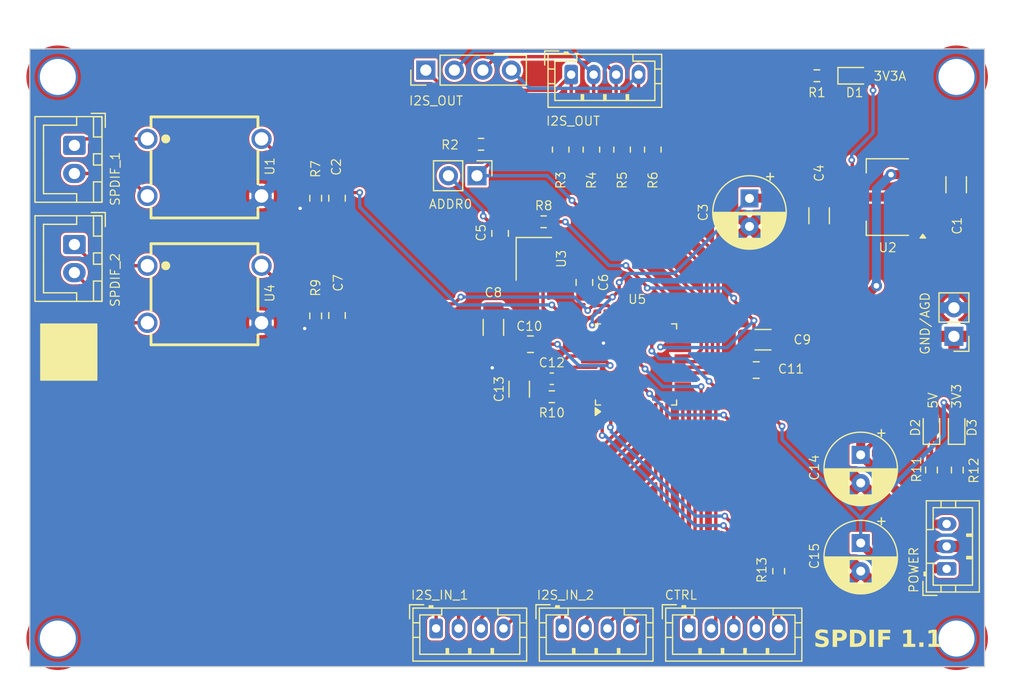
<source format=kicad_pcb>
(kicad_pcb (version 20240108) (generator "pcbnew") (generator_version "8.0")
  (layers (0 "F.Cu" signal) (31 "B.Cu" mixed) (34 "B.Paste" user) (35 "F.Paste" user) (36 "B.SilkS" user "B.Silkscreen") (37 "F.SilkS" user "F.Silkscreen") (38 "B.Mask" user) (39 "F.Mask" user) (44 "Edge.Cuts" user))
  (net 0 "")
  (net 1 "AGND")
  (net 2 "GND")
  (net 3 "I2S_DATA")
  (net 4 "I2S_LRCLK")
  (net 5 "I2S_BCLK")
  (net 6 "I2S_SCLK")
  (net 7 "SCL")
  (net 8 "SDA")
  (net 9 "3V3")
  (net 10 "Net-(C7-Pad2)")
  (net 11 "SPDIF1_IN")
  (net 12 "SPDIF1_GND")
  (net 13 "SPDIF2_IN")
  (net 14 "SPDIF2_GND")
  (net 15 "5V")
  (net 16 "SPDIF_1")
  (net 17 "Net-(U5-FILT)")
  (net 18 "Net-(C13-Pad2)")
  (net 19 "SPDIF_2")
  (net 20 "SPDIF_3")
  (net 21 "SPDIF_4")
  (net 22 "Net-(D2-K)")
  (net 23 "I2S_IN_LRCLK_1")
  (net 24 "I2S_IN_BCLK_1")
  (net 25 "Net-(D1-K)")
  (net 26 "I2S_IN_DATA_1")
  (net 27 "I2S_IN_SCLK_1")
  (net 28 "I2S_IN_DATA_2")
  (net 29 "I2S_IN_SCLK_2")
  (net 30 "I2S_IN_LRCLK_2")
  (net 31 "I2S_IN_BCLK_2")
  (net 32 "3V3A")
  (net 33 "XTI")
  (net 34 "Net-(U5-SCLKO)")
  (net 35 "SPDIF_INT1")
  (net 36 "SPDIF_INT0")
  (net 37 "SPDIF_RESET")
  (net 38 "Net-(D3-K)")
  (net 39 "ADR0")
  (net 40 "Net-(U5-BCLK)")
  (net 41 "Net-(U5-LRCLK)")
  (net 42 "Net-(U5-DOUT)")
  (net 43 "Net-(C2-Pad2)")
  (net 44 "Net-(U3-Standby)")
  (footprint "LED_SMD:LED_0603_1608Metric" (layer "F.Cu") (at 106.6 62.025 90)
    (property "Reference" "D2")
    (property "Value" "BLUE")
  )
  (footprint "Connector_JST:JST_PH_B3B-PH-K_1x03_P2.00mm_Vertical" (layer "F.Cu") (at 107.95 74.6 90)
    (property "Reference" "J7" (hide yes))
    (property "Value" "Conn_01x03_Pin")
  )
  (footprint "Resistor_SMD:R_0603_1608Metric" (layer "F.Cu") (at 66.5 36.8)
    (property "Reference" "R2")
    (property "Value" "4.7K")
  )
  (footprint "LED_SMD:LED_0603_1608Metric" (layer "F.Cu") (at 99.7575 30.7)
    (property "Reference" "D1")
    (property "Value" "YELLOW")
  )
  (footprint "Capacitor_SMD:C_0805_2012Metric_Pad1.18x1.45mm_HandSolder" (layer "F.Cu") (at 75.7 49.1 -90)
    (property "Reference" "C6")
    (property "Value" "0.1u")
  )
  (footprint "Capacitor_SMD:C_0805_2012Metric_Pad1.18x1.45mm_HandSolder" (layer "F.Cu") (at 91 56.9 180)
    (property "Reference" "C11")
    (property "Value" "0.1u")
  )
  (footprint "Package_TO_SOT_SMD:SOT-223-3_TabPin2" (layer "F.Cu") (at 102.7 41.5 180)
    (property "Reference" "U2")
    (property "Value" "AMS1117-3.3")
  )
  (footprint "Package_QFP:LQFP-48_7x7mm_P0.5mm" (layer "F.Cu") (at 80.3 56.4 90)
    (property "Reference" "U5")
    (property "Value" "DIX9211")
  )
  (footprint "Capacitor_SMD:C_1206_3216Metric_Pad1.33x1.80mm_HandSolder" (layer "F.Cu") (at 67.6 53.1 90)
    (property "Reference" "C8")
    (property "Value" "10u")
  )
  (footprint "Capacitor_SMD:C_1206_3216Metric" (layer "F.Cu") (at 69.9 58.6 -90)
    (property "Reference" "C13")
    (property "Value" "68n C0G")
  )
  (footprint "Connector_JST:JST_PH_B4B-PH-K_1x04_P2.00mm_Vertical" (layer "F.Cu") (at 73.75 79.9)
    (property "Reference" "J9" (hide yes))
    (property "Value" "Conn_01x04_Pin")
  )
  (footprint "Capacitor_SMD:C_1206_3216Metric_Pad1.33x1.80mm_HandSolder" (layer "F.Cu") (at 108.8 40.4 90)
    (property "Reference" "C1")
    (property "Value" "10u")
  )
  (footprint "Resistor_SMD:R_0805_2012Metric" (layer "F.Cu") (at 73.591667 37.275 90)
    (property "Reference" "R3")
    (property "Value" "22R")
  )
  (footprint "Resistor_SMD:R_0603_1608Metric_Pad0.98x0.95mm_HandSolder" (layer "F.Cu") (at 51.78 52.075833 -90)
    (property "Reference" "R9")
    (property "Value" "75R")
  )
  (footprint "Capacitor_SMD:C_1206_3216Metric_Pad1.33x1.80mm_HandSolder" (layer "F.Cu") (at 96.6 43.1625 90)
    (property "Reference" "C4")
    (property "Value" "10u")
  )
  (footprint "Connector_JST:JST_XH_B2B-XH-A_1x02_P2.50mm_Vertical" (layer "F.Cu") (at 30.3 36.9 -90)
    (property "Reference" "J3" (hide yes))
    (property "Value" "Conn_01x02_Pin" (hide yes))
  )
  (footprint "Capacitor_SMD:C_1206_3216Metric_Pad1.33x1.80mm_HandSolder" (layer "F.Cu") (at 91.6 54.2 180)
    (property "Reference" "C9")
    (property "Value" "10u")
  )
  (footprint "Capacitor_SMD:C_0805_2012Metric_Pad1.18x1.45mm_HandSolder" (layer "F.Cu") (at 70.9 54.6)
    (property "Reference" "C10")
    (property "Value" "0.1u")
  )
  (footprint "MountingHole:MountingHole_3.2mm_M3_DIN965_Pad_TopOnly" (layer "F.Cu") (at 108.8251 30.805)
    (property "Reference" "H2" (hide yes))
    (property "Value" "MountingHole")
  )
  (footprint "Connector_JST:JST_XH_B2B-XH-A_1x02_P2.50mm_Vertical" (layer "F.Cu") (at 30.3 45.725 -90)
    (property "Reference" "J5" (hide yes))
    (property "Value" "Conn_01x02_Pin")
  )
  (footprint "Connector_PinHeader_2.54mm:PinHeader_1x02_P2.54mm_Vertical" (layer "F.Cu") (at 66.14 39.6 -90)
    (property "Reference" "J4" (hide yes))
    (property "Value" "Conn_01x02_Pin")
  )
  (footprint "Connector_JST:JST_PH_B4B-PH-K_1x04_P2.00mm_Vertical" (layer "F.Cu") (at 62.5 79.9)
    (property "Reference" "J8" (hide yes))
    (property "Value" "Conn_01x04_Pin")
  )
  (footprint "Connector_PinHeader_2.54mm:PinHeader_1x02_P2.54mm_Vertical" (layer "F.Cu") (at 108.6 53.9 180)
    (property "Reference" "J6" (hide yes))
    (property "Value" "Conn_01x02_Pin")
  )
  (footprint "Resistor_SMD:R_0603_1608Metric_Pad0.98x0.95mm_HandSolder" (layer "F.Cu") (at 108.9 65.8 90)
    (property "Reference" "R12")
    (property "Value" "325R")
  )
  (footprint "Resistor_SMD:R_0805_2012Metric" (layer "F.Cu") (at 81.791667 37.275 90)
    (property "Reference" "R6")
    (property "Value" "22R")
  )
  (footprint "Resistor_SMD:R_0603_1608Metric" (layer "F.Cu") (at 72.075 43.7)
    (property "Reference" "R8")
    (property "Value" "4.7K")
  )
  (footprint "Connector_JST:JST_PH_B4B-PH-K_1x04_P2.00mm_Vertical" (layer "F.Cu") (at 74.525 30.6)
    (property "Reference" "J2" (hide yes))
    (property "Value" "Conn_01x04_Pin")
  )
  (footprint "easyeda2kicad:XFMR-TH_4P-L9.5-W9.0-P5.08-LS10.2_C9900096976" (layer "F.Cu") (at 41.88 50.15)
    (property "Reference" "U4")
    (property "Value" "DA101C_C6931652")
  )
  (footprint "Resistor_SMD:R_0805_2012Metric" (layer "F.Cu") (at 76.325 37.275 90)
    (property "Reference" "R4")
    (property "Value" "22R")
  )
  (footprint "Capacitor_SMD:C_0805_2012Metric_Pad1.18x1.45mm_HandSolder" (layer "F.Cu") (at 53.68 41.605 -90)
    (property "Reference" "C2")
    (property "Value" "10n C0G")
  )
  (footprint "Capacitor_SMD:C_0805_2012Metric_Pad1.18x1.45mm_HandSolder" (layer "F.Cu") (at 68.2 44.7375 -90)
    (property "Reference" "C5")
    (property "Value" "0.1u")
  )
  (footprint "easyeda2kicad:XFMR-TH_4P-L9.5-W9.0-P5.08-LS10.2_C9900096976" (layer "F.Cu") (at 41.88 38.86)
    (property "Reference" "U1")
    (property "Value" "DA101C_C6931652")
  )
  (footprint "LED_SMD:LED_0603_1608Metric" (layer "F.Cu") (at 108.84 62.025 90)
    (property "Reference" "D3")
    (property "Value" "YELLOW")
  )
  (footprint "Resistor_SMD:R_0603_1608Metric" (layer "F.Cu") (at 72.8 59.275 180)
    (property "Reference" "R10")
    (property "Value" "680R")
  )
  (footprint "Resistor_SMD:R_0603_1608Metric_Pad0.98x0.95mm_HandSolder" (layer "F.Cu") (at 106.6 65.8 90)
    (property "Reference" "R11")
    (property "Value" "500R")
  )
  (footprint "Resistor_SMD:R_0805_2012Metric" (layer "F.Cu") (at 79.058333 37.275 90)
    (property "Reference" "R5")
    (property "Value" "22R")
  )
  (footprint "Oscillator:Oscillator_SMD_Abracon_ASE-4Pin_3.2x2.5mm" (layer "F.Cu") (at 71.2 47 -90)
    (property "Reference" "U3")
    (property "Value" "ASDMB-xxxMHz")
  )
  (footprint "Capacitor_SMD:C_0603_1608Metric" (layer "F.Cu") (at 72.8 57.675)
    (property "Reference" "C12")
    (property "Value" "4.7n C0G")
  )
  (footprint "Capacitor_SMD:C_0805_2012Metric_Pad1.18x1.45mm_HandSolder" (layer "F.Cu") (at 53.68 52.0425 -90)
    (property "Reference" "C7")
    (property "Value" "10n C0G")
  )
  (footprint "Capacitor_THT:CP_Radial_D6.3mm_P2.50mm" (layer "F.Cu") (at 100.3 72.3 -90)
    (property "Reference" "C15")
    (property "Value" "220u")
  )
  (footprint "Capacitor_THT:CP_Radial_D6.3mm_P2.50mm" (layer "F.Cu") (at 100.3 64.45 -90)
    (property "Reference" "C14")
    (property "Value" "220u")
  )
  (footprint "Resistor_SMD:R_0603_1608Metric_Pad0.98x0.95mm_HandSolder" (layer "F.Cu") (at 96.4 30.7)
    (property "Reference" "R1")
    (property "Value" "325R")
  )
  (footprint "Resistor_SMD:R_0603_1608Metric_Pad0.98x0.95mm_HandSolder" (layer "F.Cu") (at 51.78 41.605 -90)
    (property "Reference" "R7")
    (property "Value" "75R")
  )
  (footprint "MountingHole:MountingHole_3.2mm_M3_DIN965_Pad_TopOnly" (layer "F.Cu") (at 28.8251 30.805)
    (property "Reference" "H1" (hide yes))
    (property "Value" "MountingHole")
  )
  (footprint "Connector_PinHeader_2.54mm:PinHeader_1x04_P2.54mm_Vertical" (layer "F.Cu") (at 61.585 30.2 90)
    (property "Reference" "J1" (hide yes))
    (property "Value" "Conn_01x04_Pin")
  )
  (footprint "MountingHole:MountingHole_3.2mm_M3_DIN965_Pad_TopOnly" (layer "F.Cu") (at 108.8251 80.805)
    (property "Reference" "H4" (hide yes))
    (property "Value" "MountingHole")
  )
  (footprint "MountingHole:MountingHole_3.2mm_M3_DIN965_Pad_TopOnly" (layer "F.Cu") (at 28.8251 80.805)
    (property "Reference" "H3" (hide yes))
    (property "Value" "MountingHole")
  )
  (footprint "Capacitor_THT:CP_Radial_D6.3mm_P2.50mm" (layer "F.Cu") (at 90.4 41.617621 -90)
    (property "Reference" "C3")
    (property "Value" "220u")
  )
  (footprint "Resistor_SMD:R_0603_1608Metric" (layer "F.Cu") (at 93 74.8 -90)
    (property "Reference" "R13")
    (property "Value" "4.7K")
  )
  (footprint "Connector_JST:JST_PH_B5B-PH-K_1x05_P2.00mm_Vertical" (layer "F.Cu") (at 85 79.9)
    (property "Reference" "J10" (hide yes))
    (property "Value" "Conn_01x05_Pin")
  )
  (gr_rect (start 27.3 52.8) (end 32.3 57.8) (stroke (width 0.1)) (fill solid) (layer "F.SilkS"))
  (gr_line (start 111.3251 28.305) (end 111.3251 83.305) (stroke (width 0.1)) (layer "Edge.Cuts"))
  (gr_line (start 111.3251 83.305) (end 26.3251 83.305) (stroke (width 0.1)) (layer "Edge.Cuts"))
  (gr_line (start 26.3251 83.305) (end 26.3251 28.305) (stroke (width 0.1)) (layer "Edge.Cuts"))
  (gr_line (start 26.3251 28.305) (end 111.3251 28.305) (stroke (width 0.1)) (layer "Edge.Cuts"))
  (gr_text "CTRL" (at 82.8 77.4 0) (layer "F.SilkS") (effects (font (size 0.8 0.8) (thickness 0.1) (bold yes)) (justify left bottom)))
  (gr_text "SPDIF_1" (at 34.399952 42.345 90) (layer "F.SilkS") (effects (font (size 0.8 0.8) (thickness 0.1) (bold yes)) (justify left bottom)))
  (gr_text "5V\n" (at 107.2 60.4 90) (layer "F.SilkS") (effects (font (size 0.8 0.8) (thickness 0.1) (bold yes)) (justify left bottom)))
  (gr_text "I2S_IN_1" (at 60.2 77.4 0) (layer "F.SilkS") (effects (font (size 0.8 0.8) (thickness 0.1) (bold yes)) (justify left bottom)))
  (gr_text "SPDIF 1.1" (at 96.1 81.8 0) (layer "F.SilkS") (effects (font (size 1.5 1.5) (thickness 0.1) (bold yes)) (justify left bottom)))
  (gr_text "I2S_OUT" (at 60.025 33.4 0) (layer "F.SilkS") (effects (font (size 0.8 0.8) (thickness 0.1) (bold yes)) (justify left bottom)))
  (gr_text "ADDR0" (at 61.8 42.6 0) (layer "F.SilkS") (effects (font (size 0.8 0.8) (thickness 0.1) (bold yes)) (justify left bottom)))
  (gr_text "POWER" (at 105.5 76.8 90) (layer "F.SilkS") (effects (font (size 0.8 0.8) (thickness 0.1) (bold yes)) (justify left bottom)))
  (gr_text "GND/AGD" (at 106.5 55.6 90) (layer "F.SilkS") (effects (font (size 0.8 0.8) (thickness 0.1) (bold yes)) (justify left bottom)))
  (gr_text "SPDIF_2" (at 34.399952 51.345 90) (layer "F.SilkS") (effects (font (size 0.8 0.8) (thickness 0.1) (bold yes)) (justify left bottom)))
  (gr_text "3V3" (at 109.3 60.4 90) (layer "F.SilkS") (effects (font (size 0.8 0.8) (thickness 0.1) (bold yes)) (justify left bottom)))
  (gr_text "I2S_IN_2" (at 71.4 77.4 0) (layer "F.SilkS") (effects (font (size 0.8 0.8) (thickness 0.1) (bold yes)) (justify left bottom)))
  (gr_text "3V3A" (at 101.3875 31.2 0) (layer "F.SilkS") (effects (font (size 0.8 0.8) (thickness 0.1) (bold yes)) (justify left bottom)))
  (gr_text "I2S_OUT" (at 72.225 35.2 0) (layer "F.SilkS") (effects (font (size 0.8 0.8) (thickness 0.1) (bold yes)) (justify left bottom)))
  (segment (start 76.1375 54.15) (end 77.05 54.15) (width 0.3) (layer "F.Cu") (net 1))
  (segment (start 69.9 57.125) (end 67.925 57.125) (width 0.3) (layer "F.Cu") (net 1))
  (segment (start 51.78 52.988333) (end 51.011667 52.988333) (width 0.3) (layer "F.Cu") (net 1))
  (segment (start 76.1375 55.65) (end 74.305592 55.65) (width 0.3) (layer "F.Cu") (net 1))
  (segment (start 51.78 42.5175) (end 50.4175 42.5175) (width 0.3) (layer "F.Cu") (net 1))
  (segment (start 72.025 57.675) (end 70.45 57.675) (width 0.3) (layer "F.Cu") (net 1))
  (segment (start 70.45 57.675) (end 69.9 57.125) (width 0.3) (layer "F.Cu") (net 1))
  (segment (start 50.4175 42.5175) (end 50.4 42.5) (width 0.3) (layer "F.Cu") (net 1))
  (segment (start 74.305592 55.65) (end 72.280592 57.675) (width 0.3) (layer "F.Cu") (net 1))
  (segment (start 51.011667 52.988333) (end 50.8 53.2) (width 0.3) (layer "F.Cu") (net 1))
  (segment (start 67.925 57.125) (end 67.5 56.7) (width 0.3) (layer "F.Cu") (net 1))
  (segment (start 77.05 54.15) (end 77.4 54.5) (width 0.3) (layer "F.Cu") (net 1))
  (via (at 50.8 53.2) (size 0.6) (drill 0.3) (layers "F.Cu" "B.Cu") (net 1))
  (via (at 77.4 54.5) (size 0.6) (drill 0.3) (layers "F.Cu" "B.Cu") (net 1))
  (via (at 67.5 56.7) (size 0.6) (drill 0.3) (layers "F.Cu" "B.Cu") (net 1))
  (via (at 50.4 42.5) (size 0.6) (drill 0.3) (layers "F.Cu" "B.Cu") (net 1))
  (segment (start 80.525 35.095833) (end 81.791667 36.3625) (width 0.3) (layer "F.Cu") (net 3))
  (segment (start 80.525 30.6) (end 80.525 35.095833) (width 0.3) (layer "F.Cu") (net 3))
  (segment (start 70.83 31.825) (end 69.205 30.2) (width 0.3) (layer "B.Cu") (net 3))
  (segment (start 79.3 31.825) (end 70.83 31.825) (width 0.3) (layer "B.Cu") (net 3))
  (segment (start 80.525 30.6) (end 79.3 31.825) (width 0.3) (layer "B.Cu") (net 3))
  (segment (start 67.865 29) (end 76.925 29) (width 0.3) (layer "F.Cu") (net 4))
  (segment (start 76.925 29) (end 78.525 30.6) (width 0.3) (layer "F.Cu") (net 4))
  (segment (start 66.665 30.2) (end 67.865 29) (width 0.3) (layer "F.Cu") (net 4))
  (segment (start 78.525 35.829167) (end 79.058333 36.3625) (width 0.3) (layer "F.Cu") (net 4))
  (segment (start 78.525 30.6) (end 78.525 35.829167) (width 0.3) (layer "F.Cu") (net 4))
  (segment (start 76.525 30.6) (end 76.525 36.1625) (width 0.3) (layer "F.Cu") (net 5))
  (segment (start 74.425 28.5) (end 65.825 28.5) (width 0.3) (layer "B.Cu") (net 5))
  (segment (start 65.825 28.5) (end 64.125 30.2) (width 0.3) (layer "B.Cu") (net 5))
  (segment (start 76.525 30.6) (end 74.425 28.5) (width 0.3) (layer "B.Cu") (net 5))
  (segment (start 73.125 32) (end 63.385 32) (width 0.3) (layer "F.Cu") (net 6))
  (segment (start 74.525 30.6) (end 74.525 35.429167) (width 0.3) (layer "F.Cu") (net 6))
  (segment (start 74.525 30.6) (end 73.125 32) (width 0.3) (layer "F.Cu") (net 6))
  (segment (start 74.525 35.429167) (end 73.591667 36.3625) (width 0.3) (layer "F.Cu") (net 6))
  (segment (start 63.385 32) (end 61.585 30.2) (width 0.3) (layer "F.Cu") (net 6))
  (segment (start 82.42812 53.7) (end 81.092893 53.7) (width 0.3) (layer "F.Cu") (net 7))
  (segment (start 80.5 56.2) (end 81.1 56.8) (width 0.3) (layer "F.Cu") (net 7))
  (segment (start 85 79.9) (end 85 78.4) (width 0.3) (layer "F.Cu") (net 7))
  (segment (start 86.092755 77.307245) (end 86.092755 58.371496) (width 0.3) (layer "F.Cu") (net 7))
  (segment (start 85 78.4) (end 86.092755 77.307245) (width 0.3) (layer "F.Cu") (net 7))
  (segment (start 81.092893 53.7) (end 80.5 54.292893) (width 0.3) (layer "F.Cu") (net 7))
  (segment (start 83.05 53.07812) (end 82.42812 53.7) (width 0.3) (layer "F.Cu") (net 7))
  (segment (start 80.5 54.292893) (end 80.5 56.2) (width 0.3) (layer "F.Cu") (net 7))
  (segment (start 83.05 52.2375) (end 83.05 53.07812) (width 0.3) (layer "F.Cu") (net 7))
  (via (at 81.1 56.8) (size 0.6) (drill 0.3) (layers "F.Cu" "B.Cu") (net 7))
  (via (at 86.092755 58.371496) (size 0.6) (drill 0.3) (layers "F.Cu" "B.Cu") (net 7))
  (segment (start 82.671496 58.371496) (end 81.1 56.8) (width 0.3) (layer "B.Cu") (net 7))
  (segment (start 86.092755 58.371496) (end 82.671496 58.371496) (width 0.3) (layer "B.Cu") (net 7))
  (segment (start 82.635226 54.2) (end 82.056967 54.2) (width 0.3) (layer "F.Cu") (net 8))
  (segment (start 87.4 79.5) (end 87.4 58.5) (width 0.3) (layer "F.Cu") (net 8))
  (segment (start 82.056967 54.2) (end 81.7 54.556967) (width 0.3) (layer "F.Cu") (net 8))
  (segment (start 84.4625 53.65) (end 83.185226 53.65) (width 0.3) (layer "F.Cu") (net 8))
  (segment (start 87.4 58.5) (end 86.8 57.9) (width 0.3) (layer "F.Cu") (net 8))
  (segment (start 81.7 54.556967) (end 81.7 55.2) (width 0.3) (layer "F.Cu") (net 8))
  (segment (start 83.185226 53.65) (end 82.635226 54.2) (width 0.3) (layer "F.Cu") (net 8))
  (via (at 86.8 57.9) (size 0.6) (drill 0.3) (layers "F.Cu" "B.Cu") (net 8))
  (via (at 81.7 55.2) (size 0.6) (drill 0.3) (layers "F.Cu" "B.Cu") (net 8))
  (segment (start 84.791033 55.891033) (end 82.391033 55.891033) (width 0.3) (layer "B.Cu") (net 8))
  (segment (start 82.391033 55.891033) (end 81.7 55.2) (width 0.3) (layer "B.Cu") (net 8))
  (segment (start 86.8 57.9) (end 84.791033 55.891033) (width 0.3) (layer "B.Cu") (net 8))
  (segment (start 82.692374 54.849961) (end 82.474581 54.849961) (width 0.3) (layer "F.Cu") (net 9))
  (segment (start 102.6 74.6) (end 100.3 72.3) (width 0.8) (layer "F.Cu") (net 9))
  (segment (start 82.892335 54.65) (end 82.692374 54.849961) (width 0.3) (layer "F.Cu") (net 9))
  (segment (start 69.025 42.875) (end 68.2 43.7) (width 0.3) (layer "F.Cu") (net 9))
  (segment (start 72.075 42.875) (end 69.025 42.875) (width 0.3) (layer "F.Cu") (net 9))
  (segment (start 67.2 43.7) (end 66.7 43.2) (width 0.3) (layer "F.Cu") (net 9))
  (segment (start 72.9 43.7) (end 74 43.7) (width 0.3) (layer "F.Cu") (net 9))
  (segment (start 89 50.7) (end 90.8 52.5) (width 0.3) (layer "F.Cu") (net 9))
  (segment (start 81.3 49.6) (end 81.3 49.5) (width 0.3) (layer "F.Cu") (net 9))
  (segment (start 107.95 74.6) (end 102.6 74.6) (width 0.8) (layer "F.Cu") (net 9))
  (segment (start 90.8 53.4375) (end 90.0375 54.2) (width 0.3) (layer "F.Cu") (net 9))
  (segment (start 72.9 43.7) (end 72.9 45.075) (width 0.3) (layer "F.Cu") (net 9))
  (segment (start 89.9625 56.9) (end 89.9625 58.5625) (width 0.3) (layer "F.Cu") (net 9))
  (segment (start 89 50.5) (end 89 50.7) (width 0.3) (layer "F.Cu") (net 9))
  (segment (start 108.84 60.94) (end 107.7 59.8) (width 0.4) (layer "F.Cu") (net 9))
  (segment (start 68.2 43.7) (end 67.2 43.7) (width 0.3) (layer "F.Cu") (net 9))
  (segment (start 81.3 49.5) (end 79.4 47.6) (width 0.3) (layer "F.Cu") (net 9))
  (segment (start 90.0375 54.2) (end 90.0375 56.825) (width 0.3) (layer "F.Cu") (net 9))
  (segment (start 89.9625 58.5625) (end 93.3 61.9) (width 0.3) (layer "F.Cu") (net 9))
  (segment (start 84.4625 54.65) (end 82.892335 54.65) (width 0.3) (layer "F.Cu") (net 9))
  (segment (start 108.84 61.2375) (end 108.84 60.94) (width 0.4) (layer "F.Cu") (net 9))
  (segment (start 90.8 52.5) (end 90.8 53.4375) (width 0.3) (layer "F.Cu") (net 9))
  (segment (start 72.9 43.7) (end 72.075 42.875) (width 0.3) (layer "F.Cu") (net 9))
  (segment (start 72.9 45.075) (end 72.025 45.95) (width 0.3) (layer "F.Cu") (net 9))
  (via (at 90.8 52.5) (size 0.6) (drill 0.3) (layers "F.Cu" "B.Cu") (net 9))
  (via (at 89 50.5) (size 0.6) (drill 0.3) (layers "F.Cu" "B.Cu") (net 9))
  (via (at 82.474581 54.849961) (size 0.6) (drill 0.3) (layers "F.Cu" "B.Cu") (net 9))
  (via (at 107.7 59.8) (size 0.6) (drill 0.3) (layers "F.Cu" "B.Cu") (net 9))
  (via (at 74 43.7) (size 0.6) (drill 0.3) (layers "F.Cu" "B.Cu") (net 9))
  (via (at 81.3 49.6) (size 0.6) (drill 0.3) (layers "F.Cu" "B.Cu") (net 9))
  (via (at 66.7 43.2) (size 0.6) (drill 0.3) (layers "F.Cu" "B.Cu") (net 9))
  (via (at 93.3 61.9) (size 0.6) (drill 0.3) (layers "F.Cu" "B.Cu") (net 9))
  (via (at 79.4 47.6) (size 0.6) (drill 0.3) (layers "F.Cu" "B.Cu") (net 9))
  (segment (start 79.4 47.6) (end 77.9 47.6) (width 0.3) (layer "B.Cu") (net 9))
  (segment (start 93.3 61.9) (end 93.3 63.1) (width 0.3) (layer "B.Cu") (net 9))
  (segment (start 107.7 59.8) (end 107.7 62.7) (width 0.4) (layer "B.Cu") (net 9))
  (segment (start 66.7 42.7) (end 63.6 39.6) (width 0.3) (layer "B.Cu") (net 9))
  (segment (start 82.52462 54.9) (end 82.474581 54.849961) (width 0.3) (layer "B.Cu") (net 9))
  (segment (start 77.9 47.6) (end 74 43.7) (width 0.3) (layer "B.Cu") (net 9))
  (segment (start 81.3 49.6) (end 88.1 49.6) (width 0.3) (layer "B.Cu") (net 9))
  (segment (start 107.7 62.7) (end 100.3 70.1) (width 0.4) (layer "B.Cu") (net 9))
  (segment (start 90.8 52.5) (end 88.4 54.9) (width 0.3) (layer "B.Cu") (net 9))
  (segment (start 93.3 63.1) (end 100.3 70.1) (width 0.3) (layer "B.Cu") (net 9))
  (segment (start 100.3 70.1) (end 100.3 72.3) (width 0.3) (layer "B.Cu") (net 9))
  (segment (start 88.4 54.9) (end 82.52462 54.9) (width 0.3) (layer "B.Cu") (net 9))
  (segment (start 66.7 43.2) (end 66.7 42.7) (width 0.3) (layer "B.Cu") (net 9))
  (segment (start 88.1 49.6) (end 89 50.5) (width 0.3) (layer "B.Cu") (net 9))
  (segment (start 53.68 53.063333) (end 52.308334 51.691666) (width 0.3) (layer "F.Cu") (net 10))
  (segment (start 52.308334 51.691666) (end 51.041666 51.691666) (width 0.3) (layer "F.Cu") (net 10))
  (segment (start 52.308334 51.691666) (end 51.78 51.163333) (width 0.3) (layer "F.Cu") (net 10))
  (segment (start 51.041666 51.691666) (end 46.96 47.61) (width 0.3) (layer "F.Cu") (net 10))
  (segment (start 36.8 36.32) (end 30.88 36.32) (width 0.3) (layer "F.Cu") (net 11))
  (segment (start 34.8 39.4) (end 36.8 41.4) (width 0.3) (layer "F.Cu") (net 12))
  (segment (start 30.3 39.4) (end 34.8 39.4) (width 0.3) (layer "F.Cu") (net 12))
  (segment (start 36.8 47.61) (end 32.185 47.61) (width 0.3) (layer "F.Cu") (net 13))
  (segment (start 32.185 47.61) (end 30.3 45.725) (width 0.3) (layer "F.Cu") (net 13))
  (segment (start 36.8 52.69) (end 34.765 52.69) (width 0.3) (layer "F.Cu") (net 14))
  (segment (start 34.765 52.69) (end 30.3 48.225) (width 0.3) (layer "F.Cu") (net 14))
  (segment (start 106.6 61.2375) (end 103.5125 61.2375) (width 0.4) (layer "F.Cu") (net 15))
  (segment (start 106.45 70.6) (end 100.3 64.45) (width 0.8) (layer "F.Cu") (net 15))
  (segment (start 105.55 39.5) (end 105.85 39.2) (width 0.8) (layer "F.Cu") (net 15))
  (segment (start 108.4375 39.2) (end 108.8 38.8375) (width 0.8) (layer "F.Cu") (net 15))
  (segment (start 107.95 70.6) (end 106.45 70.6) (width 0.8) (layer "F.Cu") (net 15))
  (segment (start 100.3 50.8) (end 101.7 49.4) (width 0.8) (layer "F.Cu") (net 15))
  (segment (start 103 39.5) (end 105.55 39.5) (width 0.8) (layer "F.Cu") (net 15))
  (segment (start 100.3 64.45) (end 100.3 50.8) (width 0.8) (layer "F.Cu") (net 15))
  (segment (start 105.85 39.2) (end 108.4375 39.2) (width 0.8) (layer "F.Cu") (net 15))
  (segment (start 103.5125 61.2375) (end 100.3 64.45) (width 0.4) (layer "F.Cu") (net 15))
  (via (at 103 39.5) (size 1) (drill 0.5) (layers "F.Cu" "B.Cu") (net 15))
  (via (at 101.7 49.4) (size 1) (drill 0.5) (layers "F.Cu" "B.Cu") (net 15))
  (segment (start 101.7 40.8) (end 103 39.5) (width 0.8) (layer "B.Cu") (net 15))
  (segment (start 101.7 49.4) (end 101.7 40.8) (width 0.8) (layer "B.Cu") (net 15))
  (segment (start 55.7 41.1) (end 54.2125 41.1) (width 0.3) (layer "F.Cu") (net 16))
  (segment (start 54.2125 41.1) (end 53.68 40.5675) (width 0.3) (layer "F.Cu") (net 16))
  (segment (start 76.1375 53.65) (end 75.35 53.65) (width 0.3) (layer "F.Cu") (net 16))
  (segment (start 75.35 53.65) (end 72.8 51.1) (width 0.3) (layer "F.Cu") (net 16))
  (via (at 55.7 41.1) (size 0.6) (drill 0.3) (layers "F.Cu" "B.Cu") (net 16))
  (via (at 72.8 51.1) (size 0.6) (drill 0.3) (layers "F.Cu" "B.Cu") (net 16))
  (segment (start 55.7 41.1) (end 55.7 42.38995) (width 0.3) (layer "B.Cu") (net 16))
  (segment (start 64.41005 51.1) (end 72.8 51.1) (width 0.3) (layer "B.Cu") (net 16))
  (segment (start 55.7 42.38995) (end 64.41005 51.1) (width 0.3) (layer "B.Cu") (net 16))
  (segment (start 73.575 57.675) (end 73.575 59.225) (width 0.3) (layer "F.Cu") (net 17))
  (segment (start 76.1375 56.65) (end 74.6 56.65) (width 0.3) (layer "F.Cu") (net 17))
  (segment (start 74.6 56.65) (end 73.575 57.675) (width 0.3) (layer "F.Cu") (net 17))
  (segment (start 70.7 59.275) (end 69.9 60.075) (width 0.3) (layer "F.Cu") (net 18))
  (segment (start 71.975 59.275) (end 70.7 59.275) (width 0.3) (layer "F.Cu") (net 18))
  (segment (start 53.68 51.005) (end 64.095 51.005) (width 0.3) (layer "F.Cu") (net 19))
  (segment (start 64.095 51.005) (end 64.7 50.4) (width 0.3) (layer "F.Cu") (net 19))
  (segment (start 78.05 51.39688) (end 77.80312 51.15) (width 0.3) (layer "F.Cu") (net 19))
  (segment (start 78.05 52.2375) (end 78.05 51.39688) (width 0.3) (layer "F.Cu") (net 19))
  (segment (start 77.80312 51.15) (end 76.45 51.15) (width 0.3) (layer "F.Cu") (net 19))
  (segment (start 76.45 51.15) (end 76 51.6) (width 0.3) (layer "F.Cu") (net 19))
  (via (at 76 51.6) (size 0.6) (drill 0.3) (layers "F.Cu" "B.Cu") (net 19))
  (via (at 64.7 50.4) (size 0.6) (drill 0.3) (layers "F.Cu" "B.Cu") (net 19))
  (segment (start 76 51.6) (end 74.8 50.4) (width 0.3) (layer "B.Cu") (net 19))
  (segment (start 74.8 50.4) (end 64.7 50.4) (width 0.3) (layer "B.Cu") (net 19))
  (segment (start 106.6 62.8125) (end 106.6 64.8875) (width 0.3) (layer "F.Cu") (net 22))
  (segment (start 81.55 63.95) (end 66.5 79) (width 0.3) (layer "F.Cu") (net 23))
  (segment (start 81.55 60.5625) (end 81.55 63.95) (width 0.3) (layer "F.Cu") (net 23))
  (segment (start 66.5 79) (end 66.5 79.9) (width 0.3) (layer "F.Cu") (net 23))
  (segment (start 81.05 62.25) (end 64.5 78.8) (width 0.3) (layer "F.Cu") (net 24))
  (segment (start 81.05 60.5625) (end 81.05 62.25) (width 0.3) (layer "F.Cu") (net 24))
  (segment (start 64.5 78.8) (end 64.5 79.9) (width 0.3) (layer "F.Cu") (net 24))
  (segment (start 98.97 30.7) (end 97.3125 30.7) (width 0.3) (layer "F.Cu") (net 25))
  (segment (start 82.05 60.5625) (end 82.05 66.35) (width 0.3) (layer "F.Cu") (net 26))
  (segment (start 82.05 66.35) (end 68.5 79.9) (width 0.3) (layer "F.Cu") (net 26))
  (segment (start 79.35 61.65) (end 62.5 78.5) (width 0.3) (layer "F.Cu") (net 27))
  (segment (start 62.5 78.5) (end 62.5 79.9) (width 0.3) (layer "F.Cu") (net 27))
  (segment (start 80.55 61.40312) (end 80.30312 61.65) (width 0.3) (layer "F.Cu") (net 27))
  (segment (start 80.30312 61.65) (end 79.35 61.65) (width 0.3) (layer "F.Cu") (net 27))
  (segment (start 80.55 60.5625) (end 80.55 61.40312) (width 0.3) (layer "F.Cu") (net 27))
  (segment (start 85.55 74.1) (end 79.75 79.9) (width 0.3) (layer "F.Cu") (net 28))
  (segment (start 85.30312 58.65) (end 85.55 58.89688) (width 0.3) (layer "F.Cu") (net 28))
  (segment (start 84.4625 58.65) (end 85.30312 58.65) (width 0.3) (layer "F.Cu") (net 28))
  (segment (start 85.55 58.89688) (end 85.55 74.1) (width 0.3) (layer "F.Cu") (net 28))
  (segment (start 82.55 69.25) (end 73.75 78.05) (width 0.3) (layer "F.Cu") (net 29))
  (segment (start 82.55 60.5625) (end 82.55 69.25) (width 0.3) (layer "F.Cu") (net 29))
  (segment (start 73.75 78.05) (end 73.75 79.9) (width 0.3) (layer "F.Cu") (net 29))
  (segment (start 84.4625 72.8375) (end 77.75 79.55) (width 0.3) (layer "F.Cu") (net 30))
  (segment (start 84.4625 59.15) (end 84.4625 72.8375) (width 0.3) (layer "F.Cu") (net 30))
  (segment (start 83.05 71.85) (end 75.75 79.15) (width 0.3) (layer "F.Cu") (net 31))
  (segment (start 83.05 60.5625) (end 83.05 71.85) (width 0.3) (layer "F.Cu") (net 31))
  (segment (start 75.75 79.15) (end 75.75 79.9) (width 0.3) (layer "F.Cu") (net 31))
  (segment (start 78.1 55.02812) (end 78.1 54.21005) (width 0.3) (layer "F.Cu") (net 32))
  (segment (start 78.2 50.4) (end 78.8 49.8) (width 0.3) (layer "F.Cu") (net 32))
  (segment (start 77.65 56.15) (end 78 56.5) (width 0.3) (layer "F.Cu") (net 32))
  (segment (start 76.97812 56.15) (end 78.1 55.02812) (width 0.3) (layer "F.Cu") (net 32))
  (segment (start 96.6 41.6) (end 90.417621 41.6) (width 0.8) (layer "F.Cu") (net 32))
  (segment (start 76.1375 56.15) (end 77.65 56.15) (width 0.3) (layer "F.Cu") (net 32))
  (segment (start 96.6 41.6) (end 99.45 41.6) (width 0.8) (layer "F.Cu") (net 32))
  (segment (start 68.875 51.5375) (end 71.9375 54.6) (width 0.3) (layer "F.Cu") (net 32))
  (segment (start 90.417621 41.6) (end 90.4 41.617621) (width 0.8) (layer "F.Cu") (net 32))
  (segment (start 99.45 41.6) (end 99.55 41.5) (width 0.8) (layer "F.Cu") (net 32))
  (segment (start 101.4 32) (end 101.4 31.555) (width 0.3) (layer "F.Cu") (net 32))
  (segment (start 105.85 41.5) (end 99.55 41.5) (width 0.8) (layer "F.Cu") (net 32))
  (segment (start 77.55 52.2375) (end 77.0625 52.2375) (width 0.3) (layer "F.Cu") (net 32))
  (segment (start 73.3 54.6) (end 71.9375 54.6) (width 0.3) (layer "F.Cu") (net 32))
  (segment (start 101.4 31.555) (end 100.545 30.7) (width 0.3) (layer "F.Cu") (net 32))
  (segment (start 77.55 53.66005) (end 77.55 52.2375) (width 0.3) (layer "F.Cu") (net 32))
  (segment (start 67.6 51.5375) (end 68.875 51.5375) (width 0.3) (layer "F.Cu") (net 32))
  (segment (start 76.1375 56.15) (end 76.97812 56.15) (width 0.3) (layer "F.Cu") (net 32))
  (segment (start 78.2 50.4) (end 75.9625 50.4) (width 0.3) (layer "F.Cu") (net 32))
  (segment (start 78.8 49.8) (end 78.8 49.1) (width 0.3) (layer "F.Cu") (net 32))
  (segment (start 78.1 54.21005) (end 77.55 53.66005) (width 0.3) (layer "F.Cu") (net 32))
  (segment (start 77.0625 52.2375) (end 76.4 52.9) (width 0.3) (layer "F.Cu") (net 32))
  (segment (start 99.55 41.5) (end 99.55 38.25) (width 0.3) (layer "F.Cu") (net 32))
  (segment (start 99.55 38.25) (end 99.5 38.2) (width 0.3) (layer "F.Cu") (net 32))
  (via (at 99.5 38.2) (size 0.6) (drill 0.3) (layers "F.Cu" "B.Cu") (net 32))
  (via (at 78.2 50.4) (size 0.6) (drill 0.3) (layers "F.Cu" "B.Cu") (net 32))
  (via (at 76.4 52.9) (size 0.6) (drill 0.3) (layers "F.Cu" "B.Cu") (net 32))
  (via (at 78.8 49.1) (size 0.6) (drill 0.3) (layers "F.Cu" "B.Cu") (net 32))
  (via (at 101.4 32) (size 0.6) (drill 0.3) (layers "F.Cu" "B.Cu") (net 32))
  (via (at 78 56.5) (size 0.6) (drill 0.3) (layers "F.Cu" "B.Cu") (net 32))
  (via (at 73.3 54.6) (size 0.6) (drill 0.3) (layers "F.Cu" "B.Cu") (net 32))
  (segment (start 76.4 52.2) (end 78.2 50.4) (width 0.3) (layer "B.Cu") (net 32))
  (segment (start 99.5 37.7) (end 101.4 35.8) (width 0.3) (layer "B.Cu") (net 32))
  (segment (start 78 56.5) (end 75.2 56.5) (width 0.3) (layer "B.Cu") (net 32))
  (segment (start 99.5 38.2) (end 99.5 37.7) (width 0.3) (layer "B.Cu") (net 32))
  (segment (start 79.6 48.3) (end 78.8 49.1) (width 0.3) (layer "B.Cu") (net 32))
  (segment (start 90.4 41.617621) (end 83.717621 48.3) (width 0.3) (layer "B.Cu") (net 32))
  (segment (start 75.2 56.5) (end 73.3 54.6) (width 0.3) (layer "B.Cu") (net 32))
  (segment (start 76.4 52.9) (end 76.4 52.2) (width 0.3) (layer "B.Cu") (net 32))
  (segment (start 83.717621 48.3) (end 79.6 48.3) (width 0.3) (layer "B.Cu") (net 32))
  (segment (start 101.4 35.8) (end 101.4 32) (width 0.3) (layer "B.Cu") (net 32))
  (segment (start 76.1375 54.65) (end 75.29688 54.65) (width 0.3) (layer "F.Cu") (net 33))
  (segment (start 72.025 51.37812) (end 72.025 48.05) (width 0.3) (layer "F.Cu") (net 33))
  (segment (start 75.29688 54.65) (end 72.025 51.37812) (width 0.3) (layer "F.Cu") (net 33))
  (segment (start 84.4625 55.65) (end 85.55 55.65) (width 0.3) (layer "F.Cu") (net 34))
  (segment (start 85.55 55.65) (end 86.1 55.1) (width 0.3) (layer "F.Cu") (net 34))
  (segment (start 86.1 50.695833) (end 73.591667 38.1875) (width 0.3) (layer "F.Cu") (net 34))
  (segment (start 86.1 55.1) (end 86.1 50.695833) (width 0.3) (layer "F.Cu") (net 34))
  (segment (start 78.05 61.96005) (end 78.009595 62.000455) (width 0.3) (layer "F.Cu") (net 35))
  (segment (start 78.05 60.5625) (end 78.05 61.96005) (width 0.3) (layer "F.Cu") (net 35))
  (segment (start 91 72.7) (end 88.2 69.9) (width 0.3) (layer "F.Cu") (net 35))
  (segment (start 91 79.9) (end 91 72.7) (width 0.3) (layer "F.Cu") (net 35))
  (via (at 88.2 69.9) (size 0.6) (drill 0.3) (layers "F.Cu" "B.Cu") (net 35))
  (via (at 78.009595 62.000455) (size 0.6) (drill 0.3) (layers "F.Cu" "B.Cu") (net 35))
  (segment (start 78.1 62.09086) (end 78.009595 62.000455) (width 0.3) (layer "B.Cu") (net 35))
  (segment (start 85.6 69.9) (end 78.1 62.4) (width 0.3) (layer "B.Cu") (net 35))
  (segment (start 78.1 62.4) (end 78.1 62.09086) (width 0.3) (layer "B.Cu") (net 35))
  (segment (start 88.2 69.9) (end 85.6 69.9) (width 0.3) (layer "B.Cu") (net 35))
  (segment (start 89 71.66093) (end 88.080652 70.741582) (width 0.3) (layer "F.Cu") (net 36))
  (segment (start 77.287335 60.825165) (end 77.287335 62.722715) (width 0.3) (layer "F.Cu") (net 36))
  (segment (start 89 79.9) (end 89 71.66093) (width 0.3) (layer "F.Cu") (net 36))
  (segment (start 77.55 60.5625) (end 77.287335 60.825165) (width 0.3) (layer "F.Cu") (net 36))
  (via (at 88.080652 70.741582) (size 0.6) (drill 0.3) (layers "F.Cu" "B.Cu") (net 36))
  (via (at 77.287335 62.722715) (size 0.6) (drill 0.3) (layers "F.Cu" "B.Cu") (net 36))
  (segment (start 88.080652 70.741582) (end 85.541582 70.741582) (width 0.3) (layer "B.Cu") (net 36))
  (segment (start 77.522715 62.722715) (end 77.287335 62.722715) (width 0.3) (layer "B.Cu") (net 36))
  (segment (start 85.541582 70.741582) (end 77.522715 62.722715) (width 0.3) (layer "B.Cu") (net 36))
  (segment (start 78.55 53.15) (end 78.55 52.2375) (width 0.3) (layer "F.Cu") (net 37))
  (segment (start 81.5 59) (end 78.6 56.1) (width 0.3) (layer "F.Cu") (net 37))
  (segment (start 78.6 56.1) (end 78.6 53.2) (width 0.3) (layer "F.Cu") (net 37))
  (segment (start 92.175 74.8) (end 92.175 64.975) (width 0.3) (layer "F.Cu") (net 37))
  (segment (start 92.175 64.975) (end 88.1 60.9) (width 0.3) (layer "F.Cu") (net 37))
  (segment (start 93 75.625) (end 92.175 74.8) (width 0.3) (layer "F.Cu") (net 37))
  (segment (start 93 79.9) (end 93 75.625) (width 0.3) (layer "F.Cu") (net 37))
  (segment (start 78.6 53.2) (end 78.55 53.15) (width 0.3) (layer "F.Cu") (net 37))
  (via (at 88.1 60.9) (size 0.6) (drill 0.3) (layers "F.Cu" "B.Cu") (net 37))
  (via (at 81.5 59) (size 0.6) (drill 0.3) (layers "F.Cu" "B.Cu") (net 37))
  (segment (start 81.5 59) (end 83.4 60.9) (width 0.3) (layer "B.Cu") (net 37))
  (segment (start 83.4 60.9) (end 88.1 60.9) (width 0.3) (layer "B.Cu") (net 37))
  (segment (start 108.84 62.8125) (end 108.84 64.8275) (width 0.3) (layer "F.Cu") (net 38))
  (segment (start 84.4625 54.15) (end 85.30312 54.15) (width 0.3) (layer "F.Cu") (net 39))
  (segment (start 67.325 36.8) (end 67.325 38.415) (width 0.3) (layer "F.Cu") (net 39))
  (segment (start 85.55 53.90312) (end 85.55 51.45) (width 0.3) (layer "F.Cu") (net 39))
  (segment (start 83.5 50.7) (end 74.6 41.8) (width 0.3) (layer "F.Cu") (net 39))
  (segment (start 85.30312 54.15) (end 85.55 53.90312) (width 0.3) (layer "F.Cu") (net 39))
  (segment (start 85.55 51.45) (end 84.8 50.7) (width 0.3) (layer "F.Cu") (net 39))
  (segment (start 67.325 38.415) (end 66.14 39.6) (width 0.3) (layer "F.Cu") (net 39))
  (segment (start 84.8 50.7) (end 83.5 50.7) (width 0.3) (layer "F.Cu") (net 39))
  (via (at 74.6 41.8) (size 0.6) (drill 0.3) (layers "F.Cu" "B.Cu") (net 39))
  (segment (start 72.4 39.6) (end 66.14 39.6) (width 0.3) (layer "B.Cu") (net 39))
  (segment (start 74.6 41.8) (end 72.4 39.6) (width 0.3) (layer "B.Cu") (net 39))
  (segment (start 86.6 48) (end 76.7875 38.1875) (width 0.3) (layer "F.Cu") (net 40))
  (segment (start 84.4625 56.15) (end 86.05 56.15) (width 0.3) (layer "F.Cu") (net 40))
  (segment (start 86.6 55.6) (end 86.6 48) (width 0.3) (layer "F.Cu") (net 40))
  (segment (start 86.05 56.15) (end 86.6 55.6) (width 0.3) (layer "F.Cu") (net 40))
  (segment (start 86.75 56.65) (end 87.1 56.3) (width 0.3) (layer "F.Cu") (net 41))
  (segment (start 84.4625 56.65) (end 86.75 56.65) (width 0.3) (layer "F.Cu") (net 41))
  (segment (start 87.1 56.3) (end 87.1 46.229167) (width 0.3) (layer "F.Cu") (net 41))
  (segment (start 87.1 46.229167) (end 79.058333 38.1875) (width 0.3) (layer "F.Cu") (net 41))
  (segment (start 81.791667 38.1875) (end 87.6 43.995833) (width 0.3) (layer "F.Cu") (net 42))
  (segment (start 87.307107 57.15) (end 84.4625 57.15) (width 0.3) (layer "F.Cu") (net 42))
  (segment (start 87.6 43.995833) (end 87.6 56.857107) (width 0.3) (layer "F.Cu") (net 42))
  (segment (start 87.6 56.857107) (end 87.307107 57.15) (width 0.3) (layer "F.Cu") (net 42))
  (segment (start 53.68 42.5925) (end 51.78 40.6925) (width 0.3) (layer "F.Cu") (net 43))
  (segment (start 51.3325 40.6925) (end 51.78 40.6925) (width 0.3) (layer "F.Cu") (net 43))
  (segment (start 46.96 36.32) (end 51.3325 40.6925) (width 0.3) (layer "F.Cu") (net 43))
  (segment (start 70.375 44.575) (end 70.375 45.95) (width 0.3) (layer "F.Cu") (net 44))
  (segment (start 71.25 43.7) (end 70.375 44.575) (width 0.3) (layer "F.Cu") (net 44))
  (zone (net 2) (net_name "GND") (layer "F.Cu") (connect_pads (clearance 0.2)) (min_thickness 0.25) (fill yes (thermal_gap 0.5) (thermal_bridge_width 1))
    (polygon (pts (xy 25 27.5) (xy 112.3 27.5) (xy 112.4 27.6) (xy 112.4 84.1) (xy 24.4 84.1) (xy 24.1 83.8) (xy 24.1 28.4)))
  )
  (zone (net 1) (net_name "AGND") (layer "B.Cu") (connect_pads (clearance 0.25)) (min_thickness 0.25) (fill yes (thermal_gap 0.5) (thermal_bridge_width 1))
    (polygon (pts (xy 25.2 27.1) (xy 112.5 27.1) (xy 112.6 27.2) (xy 112.6 83.7) (xy 24.6 83.7) (xy 24.3 83.4) (xy 24.3 28)))
  )
)
</source>
